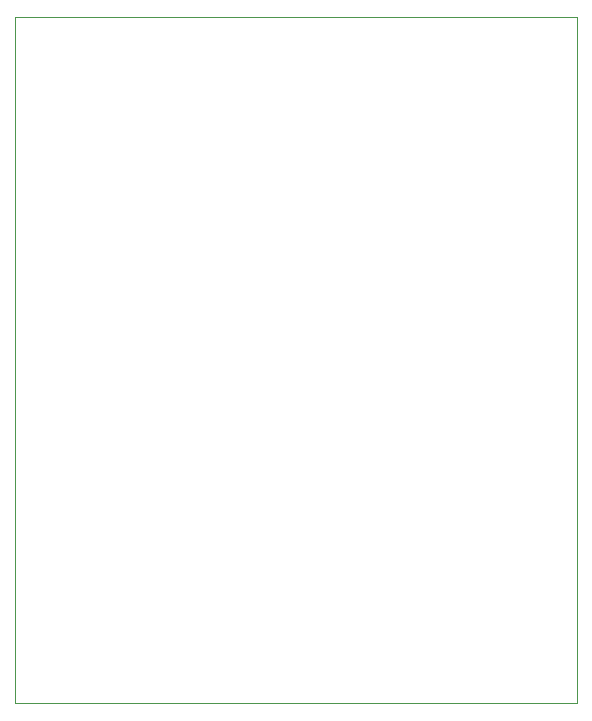
<source format=gbr>
%TF.GenerationSoftware,KiCad,Pcbnew,7.0.5*%
%TF.CreationDate,2023-07-01T23:53:25+07:00*%
%TF.ProjectId,PoeSci EFarm Rev 3,506f6553-6369-4204-9546-61726d205265,rev?*%
%TF.SameCoordinates,Original*%
%TF.FileFunction,Profile,NP*%
%FSLAX46Y46*%
G04 Gerber Fmt 4.6, Leading zero omitted, Abs format (unit mm)*
G04 Created by KiCad (PCBNEW 7.0.5) date 2023-07-01 23:53:25*
%MOMM*%
%LPD*%
G01*
G04 APERTURE LIST*
%TA.AperFunction,Profile*%
%ADD10C,0.100000*%
%TD*%
G04 APERTURE END LIST*
D10*
X89200000Y-46313000D02*
X136810800Y-46313000D01*
X136810800Y-104400000D01*
X89200000Y-104400000D01*
X89200000Y-46313000D01*
M02*

</source>
